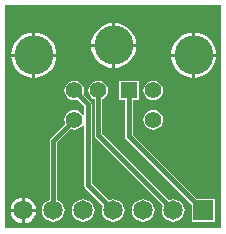
<source format=gtl>
G04*
G04 #@! TF.GenerationSoftware,Altium Limited,Altium Designer,20.1.14 (287)*
G04*
G04 Layer_Physical_Order=1*
G04 Layer_Color=255*
%FSLAX24Y24*%
%MOIN*%
G70*
G04*
G04 #@! TF.SameCoordinates,2A1C6D17-A087-48F9-B170-56E9D240733E*
G04*
G04*
G04 #@! TF.FilePolarity,Positive*
G04*
G01*
G75*
%ADD16C,0.0150*%
%ADD17C,0.1302*%
%ADD18R,0.0550X0.0550*%
%ADD19C,0.0550*%
%ADD20R,0.0650X0.0650*%
%ADD21C,0.0650*%
%ADD22C,0.0300*%
G36*
X597Y6847D02*
X597Y-597D01*
X-6597Y-597D01*
X-6597Y6847D01*
X597Y6847D01*
D02*
G37*
%LPC*%
G36*
X-2938Y6249D02*
Y5550D01*
X-2239D01*
X-2248Y5647D01*
X-2291Y5789D01*
X-2361Y5919D01*
X-2455Y6033D01*
X-2569Y6127D01*
X-2699Y6197D01*
X-2841Y6240D01*
X-2938Y6249D01*
D02*
G37*
G36*
X-3038D02*
X-3135Y6240D01*
X-3277Y6197D01*
X-3407Y6127D01*
X-3522Y6033D01*
X-3615Y5919D01*
X-3685Y5789D01*
X-3728Y5647D01*
X-3738Y5550D01*
X-3038D01*
Y6249D01*
D02*
G37*
G36*
X-277Y5931D02*
Y5231D01*
X423D01*
X413Y5328D01*
X370Y5470D01*
X301Y5600D01*
X207Y5715D01*
X92Y5808D01*
X-38Y5878D01*
X-180Y5921D01*
X-277Y5931D01*
D02*
G37*
G36*
X-377D02*
X-474Y5921D01*
X-615Y5878D01*
X-746Y5808D01*
X-860Y5715D01*
X-954Y5600D01*
X-1024Y5470D01*
X-1067Y5328D01*
X-1076Y5231D01*
X-377D01*
Y5931D01*
D02*
G37*
G36*
X-5600D02*
Y5231D01*
X-4900D01*
X-4910Y5328D01*
X-4953Y5470D01*
X-5022Y5600D01*
X-5116Y5715D01*
X-5230Y5808D01*
X-5361Y5878D01*
X-5502Y5921D01*
X-5600Y5931D01*
D02*
G37*
G36*
X-5700D02*
X-5797Y5921D01*
X-5938Y5878D01*
X-6069Y5808D01*
X-6183Y5715D01*
X-6277Y5600D01*
X-6347Y5470D01*
X-6390Y5328D01*
X-6399Y5231D01*
X-5700D01*
Y5931D01*
D02*
G37*
G36*
X-2239Y5450D02*
X-2938D01*
Y4751D01*
X-2841Y4760D01*
X-2699Y4803D01*
X-2569Y4873D01*
X-2455Y4967D01*
X-2361Y5081D01*
X-2291Y5211D01*
X-2248Y5353D01*
X-2239Y5450D01*
D02*
G37*
G36*
X-3038D02*
X-3738D01*
X-3728Y5353D01*
X-3685Y5211D01*
X-3615Y5081D01*
X-3522Y4967D01*
X-3407Y4873D01*
X-3277Y4803D01*
X-3135Y4760D01*
X-3038Y4751D01*
Y5450D01*
D02*
G37*
G36*
X423Y5131D02*
X-277D01*
Y4432D01*
X-180Y4441D01*
X-38Y4484D01*
X92Y4554D01*
X207Y4648D01*
X301Y4762D01*
X370Y4892D01*
X413Y5034D01*
X423Y5131D01*
D02*
G37*
G36*
X-377D02*
X-1076D01*
X-1067Y5034D01*
X-1024Y4892D01*
X-954Y4762D01*
X-860Y4648D01*
X-746Y4554D01*
X-615Y4484D01*
X-474Y4441D01*
X-377Y4432D01*
Y5131D01*
D02*
G37*
G36*
X-4900D02*
X-5600D01*
Y4432D01*
X-5502Y4441D01*
X-5361Y4484D01*
X-5230Y4554D01*
X-5116Y4648D01*
X-5022Y4762D01*
X-4953Y4892D01*
X-4910Y5034D01*
X-4900Y5131D01*
D02*
G37*
G36*
X-5700D02*
X-6399D01*
X-6390Y5034D01*
X-6347Y4892D01*
X-6277Y4762D01*
X-6183Y4648D01*
X-6069Y4554D01*
X-5938Y4484D01*
X-5797Y4441D01*
X-5700Y4432D01*
Y5131D01*
D02*
G37*
G36*
X-1669Y4328D02*
X-1754Y4317D01*
X-1833Y4284D01*
X-1901Y4232D01*
X-1953Y4164D01*
X-1986Y4085D01*
X-1997Y4000D01*
X-1986Y3915D01*
X-1953Y3836D01*
X-1901Y3768D01*
X-1833Y3716D01*
X-1754Y3683D01*
X-1669Y3672D01*
X-1584Y3683D01*
X-1505Y3716D01*
X-1437Y3768D01*
X-1385Y3836D01*
X-1352Y3915D01*
X-1341Y4000D01*
X-1352Y4085D01*
X-1385Y4164D01*
X-1437Y4232D01*
X-1505Y4284D01*
X-1584Y4317D01*
X-1669Y4328D01*
D02*
G37*
G36*
X-4307D02*
X-4392Y4317D01*
X-4471Y4284D01*
X-4539Y4232D01*
X-4591Y4164D01*
X-4624Y4085D01*
X-4635Y4000D01*
X-4624Y3915D01*
X-4591Y3836D01*
X-4539Y3768D01*
X-4471Y3716D01*
X-4392Y3683D01*
X-4307Y3672D01*
X-4222Y3683D01*
X-4186Y3698D01*
X-3977Y3490D01*
Y3203D01*
X-4007Y3191D01*
X-4027Y3189D01*
X-4075Y3252D01*
X-4143Y3304D01*
X-4222Y3337D01*
X-4307Y3348D01*
X-4392Y3337D01*
X-4471Y3304D01*
X-4539Y3252D01*
X-4591Y3184D01*
X-4624Y3105D01*
X-4635Y3020D01*
X-4624Y2935D01*
X-4609Y2898D01*
X-5090Y2417D01*
X-5118Y2376D01*
X-5127Y2327D01*
Y353D01*
X-5189Y328D01*
X-5267Y267D01*
X-5328Y189D01*
X-5365Y98D01*
X-5378Y0D01*
X-5365Y-98D01*
X-5328Y-189D01*
X-5267Y-267D01*
X-5189Y-328D01*
X-5098Y-365D01*
X-5000Y-378D01*
X-4902Y-365D01*
X-4811Y-328D01*
X-4733Y-267D01*
X-4672Y-189D01*
X-4635Y-98D01*
X-4622Y0D01*
X-4635Y98D01*
X-4672Y189D01*
X-4733Y267D01*
X-4811Y328D01*
X-4873Y353D01*
Y2274D01*
X-4429Y2718D01*
X-4392Y2703D01*
X-4307Y2692D01*
X-4222Y2703D01*
X-4143Y2736D01*
X-4075Y2788D01*
X-4027Y2850D01*
X-4007Y2849D01*
X-3977Y2836D01*
Y850D01*
X-3968Y801D01*
X-3940Y760D01*
X-3340Y160D01*
X-3365Y98D01*
X-3378Y0D01*
X-3365Y-98D01*
X-3328Y-189D01*
X-3267Y-267D01*
X-3189Y-328D01*
X-3098Y-365D01*
X-3000Y-378D01*
X-2902Y-365D01*
X-2811Y-328D01*
X-2733Y-267D01*
X-2672Y-189D01*
X-2635Y-98D01*
X-2622Y0D01*
X-2635Y98D01*
X-2672Y189D01*
X-2733Y267D01*
X-2811Y328D01*
X-2902Y365D01*
X-3000Y378D01*
X-3098Y365D01*
X-3160Y340D01*
X-3723Y903D01*
Y3543D01*
X-3732Y3592D01*
X-3760Y3633D01*
X-4005Y3879D01*
X-3990Y3915D01*
X-3979Y4000D01*
X-3990Y4085D01*
X-4023Y4164D01*
X-4075Y4232D01*
X-4143Y4284D01*
X-4222Y4317D01*
X-4307Y4328D01*
D02*
G37*
G36*
X-1669Y3348D02*
X-1754Y3337D01*
X-1833Y3304D01*
X-1901Y3252D01*
X-1953Y3184D01*
X-1986Y3105D01*
X-1997Y3020D01*
X-1986Y2935D01*
X-1953Y2856D01*
X-1901Y2788D01*
X-1833Y2736D01*
X-1754Y2703D01*
X-1669Y2692D01*
X-1584Y2703D01*
X-1505Y2736D01*
X-1437Y2788D01*
X-1385Y2856D01*
X-1352Y2935D01*
X-1341Y3020D01*
X-1352Y3105D01*
X-1385Y3184D01*
X-1437Y3252D01*
X-1505Y3304D01*
X-1584Y3337D01*
X-1669Y3348D01*
D02*
G37*
G36*
X-5950Y422D02*
Y50D01*
X-5578D01*
X-5586Y111D01*
X-5629Y214D01*
X-5697Y303D01*
X-5786Y371D01*
X-5889Y414D01*
X-5950Y422D01*
D02*
G37*
G36*
X-6050D02*
X-6111Y414D01*
X-6214Y371D01*
X-6303Y303D01*
X-6371Y214D01*
X-6414Y111D01*
X-6422Y50D01*
X-6050D01*
Y422D01*
D02*
G37*
G36*
X-2151Y4325D02*
X-2802D01*
Y3675D01*
X-2604D01*
Y2476D01*
X-2594Y2428D01*
X-2567Y2386D01*
X-375Y195D01*
Y-375D01*
X375D01*
Y375D01*
X-195D01*
X-2349Y2529D01*
Y3675D01*
X-2151D01*
Y4325D01*
D02*
G37*
G36*
X-3500Y4328D02*
X-3585Y4317D01*
X-3664Y4284D01*
X-3732Y4232D01*
X-3784Y4164D01*
X-3817Y4085D01*
X-3828Y4000D01*
X-3817Y3915D01*
X-3784Y3836D01*
X-3732Y3768D01*
X-3664Y3716D01*
X-3627Y3701D01*
Y2500D01*
X-3618Y2451D01*
X-3590Y2410D01*
X-1340Y160D01*
X-1365Y98D01*
X-1378Y0D01*
X-1365Y-98D01*
X-1328Y-189D01*
X-1267Y-267D01*
X-1189Y-328D01*
X-1098Y-365D01*
X-1000Y-378D01*
X-902Y-365D01*
X-811Y-328D01*
X-733Y-267D01*
X-672Y-189D01*
X-635Y-98D01*
X-622Y0D01*
X-635Y98D01*
X-672Y189D01*
X-733Y267D01*
X-811Y328D01*
X-902Y365D01*
X-1000Y378D01*
X-1098Y365D01*
X-1160Y340D01*
X-3373Y2553D01*
Y3701D01*
X-3336Y3716D01*
X-3268Y3768D01*
X-3216Y3836D01*
X-3183Y3915D01*
X-3172Y4000D01*
X-3183Y4085D01*
X-3216Y4164D01*
X-3268Y4232D01*
X-3336Y4284D01*
X-3415Y4317D01*
X-3500Y4328D01*
D02*
G37*
G36*
X-2000Y378D02*
X-2098Y365D01*
X-2189Y328D01*
X-2267Y267D01*
X-2328Y189D01*
X-2365Y98D01*
X-2378Y0D01*
X-2365Y-98D01*
X-2328Y-189D01*
X-2267Y-267D01*
X-2189Y-328D01*
X-2098Y-365D01*
X-2000Y-378D01*
X-1902Y-365D01*
X-1811Y-328D01*
X-1733Y-267D01*
X-1672Y-189D01*
X-1635Y-98D01*
X-1622Y0D01*
X-1635Y98D01*
X-1672Y189D01*
X-1733Y267D01*
X-1811Y328D01*
X-1902Y365D01*
X-2000Y378D01*
D02*
G37*
G36*
X-4000D02*
X-4098Y365D01*
X-4189Y328D01*
X-4267Y267D01*
X-4328Y189D01*
X-4365Y98D01*
X-4378Y0D01*
X-4365Y-98D01*
X-4328Y-189D01*
X-4267Y-267D01*
X-4189Y-328D01*
X-4098Y-365D01*
X-4000Y-378D01*
X-3902Y-365D01*
X-3811Y-328D01*
X-3733Y-267D01*
X-3672Y-189D01*
X-3635Y-98D01*
X-3622Y0D01*
X-3635Y98D01*
X-3672Y189D01*
X-3733Y267D01*
X-3811Y328D01*
X-3902Y365D01*
X-4000Y378D01*
D02*
G37*
G36*
X-5578Y-50D02*
X-5950D01*
Y-422D01*
X-5889Y-414D01*
X-5786Y-371D01*
X-5697Y-303D01*
X-5629Y-214D01*
X-5586Y-111D01*
X-5578Y-50D01*
D02*
G37*
G36*
X-6050D02*
X-6422D01*
X-6414Y-111D01*
X-6371Y-214D01*
X-6303Y-303D01*
X-6214Y-371D01*
X-6111Y-414D01*
X-6050Y-422D01*
Y-50D01*
D02*
G37*
%LPD*%
D16*
X-5000Y0D02*
Y2327D01*
X-4307Y3020D01*
Y4000D02*
X-3850Y3543D01*
X-2476Y2476D02*
X0Y0D01*
X-3500Y2500D02*
X-1000Y0D01*
X-3850Y850D02*
X-3000Y0D01*
X-3500Y2500D02*
Y4000D01*
X-2476Y2476D02*
Y4000D01*
X-3850Y850D02*
Y3543D01*
D17*
X-2988Y5500D02*
D03*
X-5650Y5181D02*
D03*
X-327D02*
D03*
D18*
X-2476Y4000D02*
D03*
D19*
X-3500D02*
D03*
X-1669D02*
D03*
X-4307D02*
D03*
X-1669Y3020D02*
D03*
X-4307D02*
D03*
D20*
X0Y0D02*
D03*
D21*
X-1000D02*
D03*
X-2000D02*
D03*
X-3000D02*
D03*
X-4000D02*
D03*
X-5000D02*
D03*
X-6000D02*
D03*
D22*
X-4470Y1780D02*
D03*
X-2500Y850D02*
D03*
M02*

</source>
